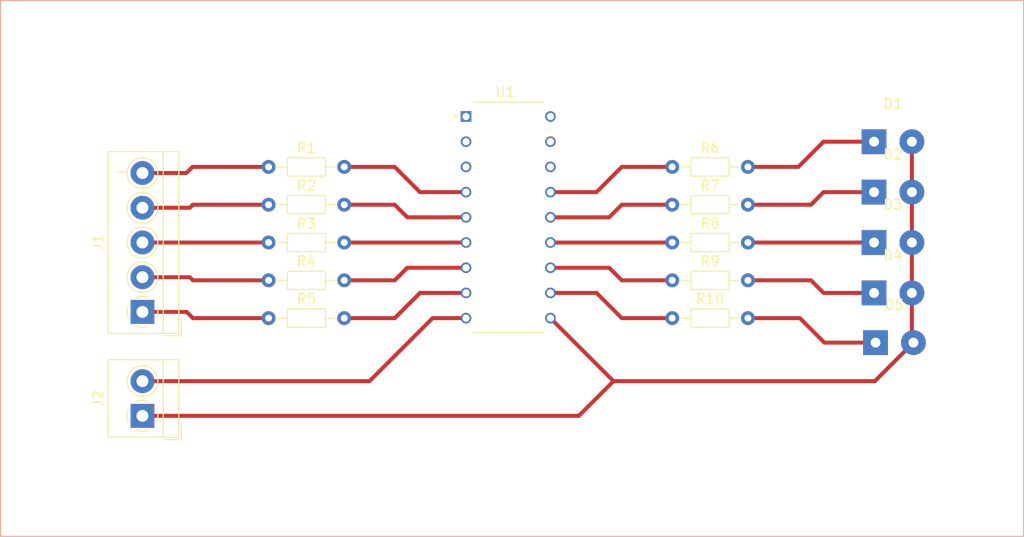
<source format=kicad_pcb>
(kicad_pcb (version 20171130) (host pcbnew "(5.1.4)-1")

  (general
    (thickness 1.6)
    (drawings 5)
    (tracks 64)
    (zones 0)
    (modules 18)
    (nets 29)
  )

  (page A4)
  (layers
    (0 F.Cu signal)
    (31 B.Cu signal)
    (32 B.Adhes user)
    (33 F.Adhes user)
    (34 B.Paste user)
    (35 F.Paste user)
    (36 B.SilkS user)
    (37 F.SilkS user)
    (38 B.Mask user)
    (39 F.Mask user)
    (40 Dwgs.User user)
    (41 Cmts.User user)
    (42 Eco1.User user)
    (43 Eco2.User user)
    (44 Edge.Cuts user)
    (45 Margin user)
    (46 B.CrtYd user)
    (47 F.CrtYd user)
    (48 B.Fab user)
    (49 F.Fab user)
  )

  (setup
    (last_trace_width 0.4)
    (user_trace_width 0.4)
    (trace_clearance 0.2)
    (zone_clearance 0.508)
    (zone_45_only no)
    (trace_min 0.2)
    (via_size 0.8)
    (via_drill 0.4)
    (via_min_size 0.4)
    (via_min_drill 0.3)
    (uvia_size 0.3)
    (uvia_drill 0.1)
    (uvias_allowed no)
    (uvia_min_size 0.2)
    (uvia_min_drill 0.1)
    (edge_width 0.05)
    (segment_width 0.2)
    (pcb_text_width 0.3)
    (pcb_text_size 1.5 1.5)
    (mod_edge_width 0.12)
    (mod_text_size 1 1)
    (mod_text_width 0.15)
    (pad_size 1.524 1.524)
    (pad_drill 0.762)
    (pad_to_mask_clearance 0.051)
    (solder_mask_min_width 0.25)
    (aux_axis_origin 0 0)
    (visible_elements 7FFFFFFF)
    (pcbplotparams
      (layerselection 0x010fc_ffffffff)
      (usegerberextensions false)
      (usegerberattributes false)
      (usegerberadvancedattributes false)
      (creategerberjobfile false)
      (excludeedgelayer true)
      (linewidth 0.100000)
      (plotframeref false)
      (viasonmask false)
      (mode 1)
      (useauxorigin false)
      (hpglpennumber 1)
      (hpglpenspeed 20)
      (hpglpendiameter 15.000000)
      (psnegative false)
      (psa4output false)
      (plotreference true)
      (plotvalue true)
      (plotinvisibletext false)
      (padsonsilk false)
      (subtractmaskfromsilk false)
      (outputformat 1)
      (mirror false)
      (drillshape 1)
      (scaleselection 1)
      (outputdirectory ""))
  )

  (net 0 "")
  (net 1 "Net-(D1-Pad1)")
  (net 2 "Net-(D1-Pad2)")
  (net 3 "Net-(D2-Pad1)")
  (net 4 "Net-(D3-Pad1)")
  (net 5 "Net-(D4-Pad1)")
  (net 6 "Net-(D5-Pad1)")
  (net 7 "Net-(J1-Pad1)")
  (net 8 "Net-(J1-Pad2)")
  (net 9 "Net-(J1-Pad3)")
  (net 10 "Net-(J1-Pad4)")
  (net 11 "Net-(J1-Pad5)")
  (net 12 "Net-(J2-Pad2)")
  (net 13 "Net-(R1-Pad2)")
  (net 14 "Net-(R2-Pad2)")
  (net 15 "Net-(R3-Pad2)")
  (net 16 "Net-(R4-Pad2)")
  (net 17 "Net-(R5-Pad2)")
  (net 18 "Net-(R6-Pad1)")
  (net 19 "Net-(R7-Pad1)")
  (net 20 "Net-(R8-Pad1)")
  (net 21 "Net-(R9-Pad1)")
  (net 22 "Net-(R10-Pad1)")
  (net 23 "Net-(U1-Pad1)")
  (net 24 "Net-(U1-Pad2)")
  (net 25 "Net-(U1-Pad3)")
  (net 26 "Net-(U1-Pad16)")
  (net 27 "Net-(U1-Pad17)")
  (net 28 "Net-(U1-Pad18)")

  (net_class Default "Esta es la clase de red por defecto."
    (clearance 0.2)
    (trace_width 0.25)
    (via_dia 0.8)
    (via_drill 0.4)
    (uvia_dia 0.3)
    (uvia_drill 0.1)
    (add_net "Net-(D1-Pad1)")
    (add_net "Net-(D1-Pad2)")
    (add_net "Net-(D2-Pad1)")
    (add_net "Net-(D3-Pad1)")
    (add_net "Net-(D4-Pad1)")
    (add_net "Net-(D5-Pad1)")
    (add_net "Net-(J1-Pad1)")
    (add_net "Net-(J1-Pad2)")
    (add_net "Net-(J1-Pad3)")
    (add_net "Net-(J1-Pad4)")
    (add_net "Net-(J1-Pad5)")
    (add_net "Net-(J2-Pad2)")
    (add_net "Net-(R1-Pad2)")
    (add_net "Net-(R10-Pad1)")
    (add_net "Net-(R2-Pad2)")
    (add_net "Net-(R3-Pad2)")
    (add_net "Net-(R4-Pad2)")
    (add_net "Net-(R5-Pad2)")
    (add_net "Net-(R6-Pad1)")
    (add_net "Net-(R7-Pad1)")
    (add_net "Net-(R8-Pad1)")
    (add_net "Net-(R9-Pad1)")
    (add_net "Net-(U1-Pad1)")
    (add_net "Net-(U1-Pad16)")
    (add_net "Net-(U1-Pad17)")
    (add_net "Net-(U1-Pad18)")
    (add_net "Net-(U1-Pad2)")
    (add_net "Net-(U1-Pad3)")
  )

  (module Connector_Wire:SolderWirePad_1x02_P3.81mm_Drill1mm (layer F.Cu) (tedit 5AEE5F04) (tstamp 62AA7238)
    (at 154.94 109.22)
    (descr "Wire solder connection")
    (tags connector)
    (path /62A635D4)
    (attr virtual)
    (fp_text reference D1 (at 1.905 -3.81) (layer F.SilkS)
      (effects (font (size 1 1) (thickness 0.15)))
    )
    (fp_text value LED_ALT (at 1.905 3.81) (layer F.Fab)
      (effects (font (size 1 1) (thickness 0.15)))
    )
    (fp_text user %R (at 1.905 0) (layer F.Fab)
      (effects (font (size 1 1) (thickness 0.15)))
    )
    (fp_line (start -1.74 -1.75) (end 5.56 -1.75) (layer F.CrtYd) (width 0.05))
    (fp_line (start -1.74 -1.75) (end -1.74 1.75) (layer F.CrtYd) (width 0.05))
    (fp_line (start 5.56 1.75) (end 5.56 -1.75) (layer F.CrtYd) (width 0.05))
    (fp_line (start 5.56 1.75) (end -1.74 1.75) (layer F.CrtYd) (width 0.05))
    (pad 1 thru_hole rect (at 0 0) (size 2.49936 2.49936) (drill 1.00076) (layers *.Cu *.Mask)
      (net 1 "Net-(D1-Pad1)"))
    (pad 2 thru_hole circle (at 3.81 0) (size 2.49936 2.49936) (drill 1.00076) (layers *.Cu *.Mask)
      (net 2 "Net-(D1-Pad2)"))
  )

  (module Connector_Wire:SolderWirePad_1x02_P3.81mm_Drill1mm (layer F.Cu) (tedit 5AEE5F04) (tstamp 62AA7243)
    (at 154.94 114.3)
    (descr "Wire solder connection")
    (tags connector)
    (path /62A71B24)
    (attr virtual)
    (fp_text reference D2 (at 1.905 -3.81) (layer F.SilkS)
      (effects (font (size 1 1) (thickness 0.15)))
    )
    (fp_text value LED_ALT (at 1.905 3.81) (layer F.Fab)
      (effects (font (size 1 1) (thickness 0.15)))
    )
    (fp_line (start 5.56 1.75) (end -1.74 1.75) (layer F.CrtYd) (width 0.05))
    (fp_line (start 5.56 1.75) (end 5.56 -1.75) (layer F.CrtYd) (width 0.05))
    (fp_line (start -1.74 -1.75) (end -1.74 1.75) (layer F.CrtYd) (width 0.05))
    (fp_line (start -1.74 -1.75) (end 5.56 -1.75) (layer F.CrtYd) (width 0.05))
    (fp_text user %R (at 1.905 0) (layer F.Fab)
      (effects (font (size 1 1) (thickness 0.15)))
    )
    (pad 2 thru_hole circle (at 3.81 0) (size 2.49936 2.49936) (drill 1.00076) (layers *.Cu *.Mask)
      (net 2 "Net-(D1-Pad2)"))
    (pad 1 thru_hole rect (at 0 0) (size 2.49936 2.49936) (drill 1.00076) (layers *.Cu *.Mask)
      (net 3 "Net-(D2-Pad1)"))
  )

  (module Connector_Wire:SolderWirePad_1x02_P3.81mm_Drill1mm (layer F.Cu) (tedit 5AEE5F04) (tstamp 62AA724E)
    (at 154.94 119.38)
    (descr "Wire solder connection")
    (tags connector)
    (path /62A72FEC)
    (attr virtual)
    (fp_text reference D3 (at 1.905 -3.81) (layer F.SilkS)
      (effects (font (size 1 1) (thickness 0.15)))
    )
    (fp_text value LED_ALT (at 1.905 3.81) (layer F.Fab)
      (effects (font (size 1 1) (thickness 0.15)))
    )
    (fp_text user %R (at 1.905 0) (layer F.Fab)
      (effects (font (size 1 1) (thickness 0.15)))
    )
    (fp_line (start -1.74 -1.75) (end 5.56 -1.75) (layer F.CrtYd) (width 0.05))
    (fp_line (start -1.74 -1.75) (end -1.74 1.75) (layer F.CrtYd) (width 0.05))
    (fp_line (start 5.56 1.75) (end 5.56 -1.75) (layer F.CrtYd) (width 0.05))
    (fp_line (start 5.56 1.75) (end -1.74 1.75) (layer F.CrtYd) (width 0.05))
    (pad 1 thru_hole rect (at 0 0) (size 2.49936 2.49936) (drill 1.00076) (layers *.Cu *.Mask)
      (net 4 "Net-(D3-Pad1)"))
    (pad 2 thru_hole circle (at 3.81 0) (size 2.49936 2.49936) (drill 1.00076) (layers *.Cu *.Mask)
      (net 2 "Net-(D1-Pad2)"))
  )

  (module Connector_Wire:SolderWirePad_1x02_P3.81mm_Drill1mm (layer F.Cu) (tedit 5AEE5F04) (tstamp 62AA7259)
    (at 154.94 124.46)
    (descr "Wire solder connection")
    (tags connector)
    (path /62A72FF2)
    (attr virtual)
    (fp_text reference D4 (at 1.905 -3.81) (layer F.SilkS)
      (effects (font (size 1 1) (thickness 0.15)))
    )
    (fp_text value LED_ALT (at 1.905 3.81) (layer F.Fab)
      (effects (font (size 1 1) (thickness 0.15)))
    )
    (fp_line (start 5.56 1.75) (end -1.74 1.75) (layer F.CrtYd) (width 0.05))
    (fp_line (start 5.56 1.75) (end 5.56 -1.75) (layer F.CrtYd) (width 0.05))
    (fp_line (start -1.74 -1.75) (end -1.74 1.75) (layer F.CrtYd) (width 0.05))
    (fp_line (start -1.74 -1.75) (end 5.56 -1.75) (layer F.CrtYd) (width 0.05))
    (fp_text user %R (at 1.905 0) (layer F.Fab)
      (effects (font (size 1 1) (thickness 0.15)))
    )
    (pad 2 thru_hole circle (at 3.81 0) (size 2.49936 2.49936) (drill 1.00076) (layers *.Cu *.Mask)
      (net 2 "Net-(D1-Pad2)"))
    (pad 1 thru_hole rect (at 0 0) (size 2.49936 2.49936) (drill 1.00076) (layers *.Cu *.Mask)
      (net 5 "Net-(D4-Pad1)"))
  )

  (module Connector_Wire:SolderWirePad_1x02_P3.81mm_Drill1mm (layer F.Cu) (tedit 5AEE5F04) (tstamp 62AA7264)
    (at 155.095001 129.465001)
    (descr "Wire solder connection")
    (tags connector)
    (path /62A734BB)
    (attr virtual)
    (fp_text reference D5 (at 1.905 -3.81) (layer F.SilkS)
      (effects (font (size 1 1) (thickness 0.15)))
    )
    (fp_text value LED_ALT (at 1.905 3.81) (layer F.Fab)
      (effects (font (size 1 1) (thickness 0.15)))
    )
    (fp_text user %R (at 1.905 0) (layer F.Fab)
      (effects (font (size 1 1) (thickness 0.15)))
    )
    (fp_line (start -1.74 -1.75) (end 5.56 -1.75) (layer F.CrtYd) (width 0.05))
    (fp_line (start -1.74 -1.75) (end -1.74 1.75) (layer F.CrtYd) (width 0.05))
    (fp_line (start 5.56 1.75) (end 5.56 -1.75) (layer F.CrtYd) (width 0.05))
    (fp_line (start 5.56 1.75) (end -1.74 1.75) (layer F.CrtYd) (width 0.05))
    (pad 1 thru_hole rect (at 0 0) (size 2.49936 2.49936) (drill 1.00076) (layers *.Cu *.Mask)
      (net 6 "Net-(D5-Pad1)"))
    (pad 2 thru_hole circle (at 3.81 0) (size 2.49936 2.49936) (drill 1.00076) (layers *.Cu *.Mask)
      (net 2 "Net-(D1-Pad2)"))
  )

  (module TerminalBlock_4Ucon:TerminalBlock_4Ucon_1x05_P3.50mm_Horizontal (layer F.Cu) (tedit 5B294E92) (tstamp 62AA72C9)
    (at 81.28 126.375 90)
    (descr "Terminal Block 4Ucon ItemNo. 20223, 5 pins, pitch 3.5mm, size 18.2x7mm^2, drill diamater 1.2mm, pad diameter 2.4mm, see http://www.4uconnector.com/online/object/4udrawing/20223.pdf, script-generated using https://github.com/pointhi/kicad-footprint-generator/scripts/TerminalBlock_4Ucon")
    (tags "THT Terminal Block 4Ucon ItemNo. 20223 pitch 3.5mm size 18.2x7mm^2 drill 1.2mm pad 2.4mm")
    (path /62A6DC3D)
    (fp_text reference J1 (at 7 -4.46 90) (layer F.SilkS)
      (effects (font (size 1 1) (thickness 0.15)))
    )
    (fp_text value Screw_Terminal_01x05 (at 7 4.66 90) (layer F.Fab)
      (effects (font (size 1 1) (thickness 0.15)))
    )
    (fp_arc (start 0 0) (end 0 1.555) (angle -23) (layer F.SilkS) (width 0.12))
    (fp_arc (start 0 0) (end 1.432 0.608) (angle -46) (layer F.SilkS) (width 0.12))
    (fp_arc (start 0 0) (end 0.608 -1.432) (angle -46) (layer F.SilkS) (width 0.12))
    (fp_arc (start 0 0) (end -1.432 -0.608) (angle -46) (layer F.SilkS) (width 0.12))
    (fp_arc (start 0 0) (end -0.608 1.432) (angle -24) (layer F.SilkS) (width 0.12))
    (fp_circle (center 0 0) (end 1.375 0) (layer F.Fab) (width 0.1))
    (fp_circle (center 3.5 0) (end 4.875 0) (layer F.Fab) (width 0.1))
    (fp_circle (center 3.5 0) (end 5.055 0) (layer F.SilkS) (width 0.12))
    (fp_circle (center 7 0) (end 8.375 0) (layer F.Fab) (width 0.1))
    (fp_circle (center 7 0) (end 8.555 0) (layer F.SilkS) (width 0.12))
    (fp_circle (center 10.5 0) (end 11.875 0) (layer F.Fab) (width 0.1))
    (fp_circle (center 10.5 0) (end 12.055 0) (layer F.SilkS) (width 0.12))
    (fp_circle (center 14 0) (end 15.375 0) (layer F.Fab) (width 0.1))
    (fp_circle (center 14 0) (end 15.555 0) (layer F.SilkS) (width 0.12))
    (fp_line (start -2.1 -3.4) (end 16.1 -3.4) (layer F.Fab) (width 0.1))
    (fp_line (start 16.1 -3.4) (end 16.1 3.6) (layer F.Fab) (width 0.1))
    (fp_line (start 16.1 3.6) (end -0.6 3.6) (layer F.Fab) (width 0.1))
    (fp_line (start -0.6 3.6) (end -2.1 2.1) (layer F.Fab) (width 0.1))
    (fp_line (start -2.1 2.1) (end -2.1 -3.4) (layer F.Fab) (width 0.1))
    (fp_line (start -2.1 2.1) (end 16.1 2.1) (layer F.Fab) (width 0.1))
    (fp_line (start -2.16 2.1) (end 16.16 2.1) (layer F.SilkS) (width 0.12))
    (fp_line (start -2.16 -3.46) (end 16.16 -3.46) (layer F.SilkS) (width 0.12))
    (fp_line (start -2.16 3.66) (end 16.16 3.66) (layer F.SilkS) (width 0.12))
    (fp_line (start -2.16 -3.46) (end -2.16 3.66) (layer F.SilkS) (width 0.12))
    (fp_line (start 16.16 -3.46) (end 16.16 3.66) (layer F.SilkS) (width 0.12))
    (fp_line (start -1.1 -0.069) (end -0.069 -0.069) (layer F.Fab) (width 0.1))
    (fp_line (start -0.069 -0.069) (end -0.069 -1.1) (layer F.Fab) (width 0.1))
    (fp_line (start -0.069 -1.1) (end 0.069 -1.1) (layer F.Fab) (width 0.1))
    (fp_line (start 0.069 -1.1) (end 0.069 -0.069) (layer F.Fab) (width 0.1))
    (fp_line (start 0.069 -0.069) (end 1.1 -0.069) (layer F.Fab) (width 0.1))
    (fp_line (start 1.1 -0.069) (end 1.1 0.069) (layer F.Fab) (width 0.1))
    (fp_line (start 1.1 0.069) (end 0.069 0.069) (layer F.Fab) (width 0.1))
    (fp_line (start 0.069 0.069) (end 0.069 1.1) (layer F.Fab) (width 0.1))
    (fp_line (start 0.069 1.1) (end -0.069 1.1) (layer F.Fab) (width 0.1))
    (fp_line (start -0.069 1.1) (end -0.069 0.069) (layer F.Fab) (width 0.1))
    (fp_line (start -0.069 0.069) (end -1.1 0.069) (layer F.Fab) (width 0.1))
    (fp_line (start -1.1 0.069) (end -1.1 -0.069) (layer F.Fab) (width 0.1))
    (fp_line (start 2.4 -0.069) (end 3.431 -0.069) (layer F.Fab) (width 0.1))
    (fp_line (start 3.431 -0.069) (end 3.431 -1.1) (layer F.Fab) (width 0.1))
    (fp_line (start 3.431 -1.1) (end 3.569 -1.1) (layer F.Fab) (width 0.1))
    (fp_line (start 3.569 -1.1) (end 3.569 -0.069) (layer F.Fab) (width 0.1))
    (fp_line (start 3.569 -0.069) (end 4.6 -0.069) (layer F.Fab) (width 0.1))
    (fp_line (start 4.6 -0.069) (end 4.6 0.069) (layer F.Fab) (width 0.1))
    (fp_line (start 4.6 0.069) (end 3.569 0.069) (layer F.Fab) (width 0.1))
    (fp_line (start 3.569 0.069) (end 3.569 1.1) (layer F.Fab) (width 0.1))
    (fp_line (start 3.569 1.1) (end 3.431 1.1) (layer F.Fab) (width 0.1))
    (fp_line (start 3.431 1.1) (end 3.431 0.069) (layer F.Fab) (width 0.1))
    (fp_line (start 3.431 0.069) (end 2.4 0.069) (layer F.Fab) (width 0.1))
    (fp_line (start 2.4 0.069) (end 2.4 -0.069) (layer F.Fab) (width 0.1))
    (fp_line (start 5.9 -0.069) (end 6.931 -0.069) (layer F.Fab) (width 0.1))
    (fp_line (start 6.931 -0.069) (end 6.931 -1.1) (layer F.Fab) (width 0.1))
    (fp_line (start 6.931 -1.1) (end 7.069 -1.1) (layer F.Fab) (width 0.1))
    (fp_line (start 7.069 -1.1) (end 7.069 -0.069) (layer F.Fab) (width 0.1))
    (fp_line (start 7.069 -0.069) (end 8.1 -0.069) (layer F.Fab) (width 0.1))
    (fp_line (start 8.1 -0.069) (end 8.1 0.069) (layer F.Fab) (width 0.1))
    (fp_line (start 8.1 0.069) (end 7.069 0.069) (layer F.Fab) (width 0.1))
    (fp_line (start 7.069 0.069) (end 7.069 1.1) (layer F.Fab) (width 0.1))
    (fp_line (start 7.069 1.1) (end 6.931 1.1) (layer F.Fab) (width 0.1))
    (fp_line (start 6.931 1.1) (end 6.931 0.069) (layer F.Fab) (width 0.1))
    (fp_line (start 6.931 0.069) (end 5.9 0.069) (layer F.Fab) (width 0.1))
    (fp_line (start 5.9 0.069) (end 5.9 -0.069) (layer F.Fab) (width 0.1))
    (fp_line (start 9.4 -0.069) (end 10.431 -0.069) (layer F.Fab) (width 0.1))
    (fp_line (start 10.431 -0.069) (end 10.431 -1.1) (layer F.Fab) (width 0.1))
    (fp_line (start 10.431 -1.1) (end 10.569 -1.1) (layer F.Fab) (width 0.1))
    (fp_line (start 10.569 -1.1) (end 10.569 -0.069) (layer F.Fab) (width 0.1))
    (fp_line (start 10.569 -0.069) (end 11.6 -0.069) (layer F.Fab) (width 0.1))
    (fp_line (start 11.6 -0.069) (end 11.6 0.069) (layer F.Fab) (width 0.1))
    (fp_line (start 11.6 0.069) (end 10.569 0.069) (layer F.Fab) (width 0.1))
    (fp_line (start 10.569 0.069) (end 10.569 1.1) (layer F.Fab) (width 0.1))
    (fp_line (start 10.569 1.1) (end 10.431 1.1) (layer F.Fab) (width 0.1))
    (fp_line (start 10.431 1.1) (end 10.431 0.069) (layer F.Fab) (width 0.1))
    (fp_line (start 10.431 0.069) (end 9.4 0.069) (layer F.Fab) (width 0.1))
    (fp_line (start 9.4 0.069) (end 9.4 -0.069) (layer F.Fab) (width 0.1))
    (fp_line (start 12.9 -0.069) (end 13.931 -0.069) (layer F.Fab) (width 0.1))
    (fp_line (start 13.931 -0.069) (end 13.931 -1.1) (layer F.Fab) (width 0.1))
    (fp_line (start 13.931 -1.1) (end 14.069 -1.1) (layer F.Fab) (width 0.1))
    (fp_line (start 14.069 -1.1) (end 14.069 -0.069) (layer F.Fab) (width 0.1))
    (fp_line (start 14.069 -0.069) (end 15.1 -0.069) (layer F.Fab) (width 0.1))
    (fp_line (start 15.1 -0.069) (end 15.1 0.069) (layer F.Fab) (width 0.1))
    (fp_line (start 15.1 0.069) (end 14.069 0.069) (layer F.Fab) (width 0.1))
    (fp_line (start 14.069 0.069) (end 14.069 1.1) (layer F.Fab) (width 0.1))
    (fp_line (start 14.069 1.1) (end 13.931 1.1) (layer F.Fab) (width 0.1))
    (fp_line (start 13.931 1.1) (end 13.931 0.069) (layer F.Fab) (width 0.1))
    (fp_line (start 13.931 0.069) (end 12.9 0.069) (layer F.Fab) (width 0.1))
    (fp_line (start 12.9 0.069) (end 12.9 -0.069) (layer F.Fab) (width 0.1))
    (fp_line (start -2.4 2.16) (end -2.4 3.9) (layer F.SilkS) (width 0.12))
    (fp_line (start -2.4 3.9) (end -0.9 3.9) (layer F.SilkS) (width 0.12))
    (fp_line (start -2.6 -3.9) (end -2.6 4.1) (layer F.CrtYd) (width 0.05))
    (fp_line (start -2.6 4.1) (end 16.6 4.1) (layer F.CrtYd) (width 0.05))
    (fp_line (start 16.6 4.1) (end 16.6 -3.9) (layer F.CrtYd) (width 0.05))
    (fp_line (start 16.6 -3.9) (end -2.6 -3.9) (layer F.CrtYd) (width 0.05))
    (fp_text user %R (at 7 2.9 90) (layer F.Fab)
      (effects (font (size 1 1) (thickness 0.15)))
    )
    (pad 1 thru_hole rect (at 0 0 90) (size 2.4 2.4) (drill 1.2) (layers *.Cu *.Mask)
      (net 7 "Net-(J1-Pad1)"))
    (pad 2 thru_hole circle (at 3.5 0 90) (size 2.4 2.4) (drill 1.2) (layers *.Cu *.Mask)
      (net 8 "Net-(J1-Pad2)"))
    (pad 3 thru_hole circle (at 7 0 90) (size 2.4 2.4) (drill 1.2) (layers *.Cu *.Mask)
      (net 9 "Net-(J1-Pad3)"))
    (pad 4 thru_hole circle (at 10.5 0 90) (size 2.4 2.4) (drill 1.2) (layers *.Cu *.Mask)
      (net 10 "Net-(J1-Pad4)"))
    (pad 5 thru_hole circle (at 14 0 90) (size 2.4 2.4) (drill 1.2) (layers *.Cu *.Mask)
      (net 11 "Net-(J1-Pad5)"))
    (model ${KISYS3DMOD}/TerminalBlock_4Ucon.3dshapes/TerminalBlock_4Ucon_1x05_P3.50mm_Horizontal.wrl
      (at (xyz 0 0 0))
      (scale (xyz 1 1 1))
      (rotate (xyz 0 0 0))
    )
  )

  (module TerminalBlock_4Ucon:TerminalBlock_4Ucon_1x02_P3.50mm_Horizontal (layer F.Cu) (tedit 5B294E91) (tstamp 62AA7301)
    (at 81.28 136.85 90)
    (descr "Terminal Block 4Ucon ItemNo. 19963, 2 pins, pitch 3.5mm, size 7.7x7mm^2, drill diamater 1.2mm, pad diameter 2.4mm, see http://www.4uconnector.com/online/object/4udrawing/19963.pdf, script-generated using https://github.com/pointhi/kicad-footprint-generator/scripts/TerminalBlock_4Ucon")
    (tags "THT Terminal Block 4Ucon ItemNo. 19963 pitch 3.5mm size 7.7x7mm^2 drill 1.2mm pad 2.4mm")
    (path /62A6C7C4)
    (fp_text reference J2 (at 1.75 -4.46 90) (layer F.SilkS)
      (effects (font (size 1 1) (thickness 0.15)))
    )
    (fp_text value Screw_Terminal_01x02 (at 1.75 4.66 90) (layer F.Fab)
      (effects (font (size 1 1) (thickness 0.15)))
    )
    (fp_arc (start 0 0) (end 0 1.555) (angle -23) (layer F.SilkS) (width 0.12))
    (fp_arc (start 0 0) (end 1.432 0.608) (angle -46) (layer F.SilkS) (width 0.12))
    (fp_arc (start 0 0) (end 0.608 -1.432) (angle -46) (layer F.SilkS) (width 0.12))
    (fp_arc (start 0 0) (end -1.432 -0.608) (angle -46) (layer F.SilkS) (width 0.12))
    (fp_arc (start 0 0) (end -0.608 1.432) (angle -24) (layer F.SilkS) (width 0.12))
    (fp_circle (center 0 0) (end 1.375 0) (layer F.Fab) (width 0.1))
    (fp_circle (center 3.5 0) (end 4.875 0) (layer F.Fab) (width 0.1))
    (fp_circle (center 3.5 0) (end 5.055 0) (layer F.SilkS) (width 0.12))
    (fp_line (start -2.1 -3.4) (end 5.6 -3.4) (layer F.Fab) (width 0.1))
    (fp_line (start 5.6 -3.4) (end 5.6 3.6) (layer F.Fab) (width 0.1))
    (fp_line (start 5.6 3.6) (end -0.6 3.6) (layer F.Fab) (width 0.1))
    (fp_line (start -0.6 3.6) (end -2.1 2.1) (layer F.Fab) (width 0.1))
    (fp_line (start -2.1 2.1) (end -2.1 -3.4) (layer F.Fab) (width 0.1))
    (fp_line (start -2.1 2.1) (end 5.6 2.1) (layer F.Fab) (width 0.1))
    (fp_line (start -2.16 2.1) (end 5.66 2.1) (layer F.SilkS) (width 0.12))
    (fp_line (start -2.16 -3.46) (end 5.66 -3.46) (layer F.SilkS) (width 0.12))
    (fp_line (start -2.16 3.66) (end 5.66 3.66) (layer F.SilkS) (width 0.12))
    (fp_line (start -2.16 -3.46) (end -2.16 3.66) (layer F.SilkS) (width 0.12))
    (fp_line (start 5.66 -3.46) (end 5.66 3.66) (layer F.SilkS) (width 0.12))
    (fp_line (start -1.1 -0.069) (end -0.069 -0.069) (layer F.Fab) (width 0.1))
    (fp_line (start -0.069 -0.069) (end -0.069 -1.1) (layer F.Fab) (width 0.1))
    (fp_line (start -0.069 -1.1) (end 0.069 -1.1) (layer F.Fab) (width 0.1))
    (fp_line (start 0.069 -1.1) (end 0.069 -0.069) (layer F.Fab) (width 0.1))
    (fp_line (start 0.069 -0.069) (end 1.1 -0.069) (layer F.Fab) (width 0.1))
    (fp_line (start 1.1 -0.069) (end 1.1 0.069) (layer F.Fab) (width 0.1))
    (fp_line (start 1.1 0.069) (end 0.069 0.069) (layer F.Fab) (width 0.1))
    (fp_line (start 0.069 0.069) (end 0.069 1.1) (layer F.Fab) (width 0.1))
    (fp_line (start 0.069 1.1) (end -0.069 1.1) (layer F.Fab) (width 0.1))
    (fp_line (start -0.069 1.1) (end -0.069 0.069) (layer F.Fab) (width 0.1))
    (fp_line (start -0.069 0.069) (end -1.1 0.069) (layer F.Fab) (width 0.1))
    (fp_line (start -1.1 0.069) (end -1.1 -0.069) (layer F.Fab) (width 0.1))
    (fp_line (start 2.4 -0.069) (end 3.431 -0.069) (layer F.Fab) (width 0.1))
    (fp_line (start 3.431 -0.069) (end 3.431 -1.1) (layer F.Fab) (width 0.1))
    (fp_line (start 3.431 -1.1) (end 3.569 -1.1) (layer F.Fab) (width 0.1))
    (fp_line (start 3.569 -1.1) (end 3.569 -0.069) (layer F.Fab) (width 0.1))
    (fp_line (start 3.569 -0.069) (end 4.6 -0.069) (layer F.Fab) (width 0.1))
    (fp_line (start 4.6 -0.069) (end 4.6 0.069) (layer F.Fab) (width 0.1))
    (fp_line (start 4.6 0.069) (end 3.569 0.069) (layer F.Fab) (width 0.1))
    (fp_line (start 3.569 0.069) (end 3.569 1.1) (layer F.Fab) (width 0.1))
    (fp_line (start 3.569 1.1) (end 3.431 1.1) (layer F.Fab) (width 0.1))
    (fp_line (start 3.431 1.1) (end 3.431 0.069) (layer F.Fab) (width 0.1))
    (fp_line (start 3.431 0.069) (end 2.4 0.069) (layer F.Fab) (width 0.1))
    (fp_line (start 2.4 0.069) (end 2.4 -0.069) (layer F.Fab) (width 0.1))
    (fp_line (start -2.4 2.16) (end -2.4 3.9) (layer F.SilkS) (width 0.12))
    (fp_line (start -2.4 3.9) (end -0.9 3.9) (layer F.SilkS) (width 0.12))
    (fp_line (start -2.6 -3.9) (end -2.6 4.1) (layer F.CrtYd) (width 0.05))
    (fp_line (start -2.6 4.1) (end 6.1 4.1) (layer F.CrtYd) (width 0.05))
    (fp_line (start 6.1 4.1) (end 6.1 -3.9) (layer F.CrtYd) (width 0.05))
    (fp_line (start 6.1 -3.9) (end -2.6 -3.9) (layer F.CrtYd) (width 0.05))
    (fp_text user %R (at 1.75 2.9 90) (layer F.Fab)
      (effects (font (size 1 1) (thickness 0.15)))
    )
    (pad 1 thru_hole rect (at 0 0 90) (size 2.4 2.4) (drill 1.2) (layers *.Cu *.Mask)
      (net 2 "Net-(D1-Pad2)"))
    (pad 2 thru_hole circle (at 3.5 0 90) (size 2.4 2.4) (drill 1.2) (layers *.Cu *.Mask)
      (net 12 "Net-(J2-Pad2)"))
    (model ${KISYS3DMOD}/TerminalBlock_4Ucon.3dshapes/TerminalBlock_4Ucon_1x02_P3.50mm_Horizontal.wrl
      (at (xyz 0 0 0))
      (scale (xyz 1 1 1))
      (rotate (xyz 0 0 0))
    )
  )

  (module Resistor_THT:R_Axial_DIN0204_L3.6mm_D1.6mm_P7.62mm_Horizontal (layer F.Cu) (tedit 5AE5139B) (tstamp 62AA7318)
    (at 93.98 111.76)
    (descr "Resistor, Axial_DIN0204 series, Axial, Horizontal, pin pitch=7.62mm, 0.167W, length*diameter=3.6*1.6mm^2, http://cdn-reichelt.de/documents/datenblatt/B400/1_4W%23YAG.pdf")
    (tags "Resistor Axial_DIN0204 series Axial Horizontal pin pitch 7.62mm 0.167W length 3.6mm diameter 1.6mm")
    (path /62A6C527)
    (fp_text reference R1 (at 3.81 -1.92) (layer F.SilkS)
      (effects (font (size 1 1) (thickness 0.15)))
    )
    (fp_text value R_US (at 3.81 1.92) (layer F.Fab)
      (effects (font (size 1 1) (thickness 0.15)))
    )
    (fp_text user %R (at 3.81 0) (layer F.Fab)
      (effects (font (size 0.72 0.72) (thickness 0.108)))
    )
    (fp_line (start 8.57 -1.05) (end -0.95 -1.05) (layer F.CrtYd) (width 0.05))
    (fp_line (start 8.57 1.05) (end 8.57 -1.05) (layer F.CrtYd) (width 0.05))
    (fp_line (start -0.95 1.05) (end 8.57 1.05) (layer F.CrtYd) (width 0.05))
    (fp_line (start -0.95 -1.05) (end -0.95 1.05) (layer F.CrtYd) (width 0.05))
    (fp_line (start 6.68 0) (end 5.73 0) (layer F.SilkS) (width 0.12))
    (fp_line (start 0.94 0) (end 1.89 0) (layer F.SilkS) (width 0.12))
    (fp_line (start 5.73 -0.92) (end 1.89 -0.92) (layer F.SilkS) (width 0.12))
    (fp_line (start 5.73 0.92) (end 5.73 -0.92) (layer F.SilkS) (width 0.12))
    (fp_line (start 1.89 0.92) (end 5.73 0.92) (layer F.SilkS) (width 0.12))
    (fp_line (start 1.89 -0.92) (end 1.89 0.92) (layer F.SilkS) (width 0.12))
    (fp_line (start 7.62 0) (end 5.61 0) (layer F.Fab) (width 0.1))
    (fp_line (start 0 0) (end 2.01 0) (layer F.Fab) (width 0.1))
    (fp_line (start 5.61 -0.8) (end 2.01 -0.8) (layer F.Fab) (width 0.1))
    (fp_line (start 5.61 0.8) (end 5.61 -0.8) (layer F.Fab) (width 0.1))
    (fp_line (start 2.01 0.8) (end 5.61 0.8) (layer F.Fab) (width 0.1))
    (fp_line (start 2.01 -0.8) (end 2.01 0.8) (layer F.Fab) (width 0.1))
    (pad 2 thru_hole oval (at 7.62 0) (size 1.4 1.4) (drill 0.7) (layers *.Cu *.Mask)
      (net 13 "Net-(R1-Pad2)"))
    (pad 1 thru_hole circle (at 0 0) (size 1.4 1.4) (drill 0.7) (layers *.Cu *.Mask)
      (net 11 "Net-(J1-Pad5)"))
    (model ${KISYS3DMOD}/Resistor_THT.3dshapes/R_Axial_DIN0204_L3.6mm_D1.6mm_P7.62mm_Horizontal.wrl
      (at (xyz 0 0 0))
      (scale (xyz 1 1 1))
      (rotate (xyz 0 0 0))
    )
  )

  (module Resistor_THT:R_Axial_DIN0204_L3.6mm_D1.6mm_P7.62mm_Horizontal (layer F.Cu) (tedit 5AE5139B) (tstamp 62AA732F)
    (at 93.98 115.57)
    (descr "Resistor, Axial_DIN0204 series, Axial, Horizontal, pin pitch=7.62mm, 0.167W, length*diameter=3.6*1.6mm^2, http://cdn-reichelt.de/documents/datenblatt/B400/1_4W%23YAG.pdf")
    (tags "Resistor Axial_DIN0204 series Axial Horizontal pin pitch 7.62mm 0.167W length 3.6mm diameter 1.6mm")
    (path /62A6C52D)
    (fp_text reference R2 (at 3.81 -1.92) (layer F.SilkS)
      (effects (font (size 1 1) (thickness 0.15)))
    )
    (fp_text value R_US (at 3.81 1.92) (layer F.Fab)
      (effects (font (size 1 1) (thickness 0.15)))
    )
    (fp_line (start 2.01 -0.8) (end 2.01 0.8) (layer F.Fab) (width 0.1))
    (fp_line (start 2.01 0.8) (end 5.61 0.8) (layer F.Fab) (width 0.1))
    (fp_line (start 5.61 0.8) (end 5.61 -0.8) (layer F.Fab) (width 0.1))
    (fp_line (start 5.61 -0.8) (end 2.01 -0.8) (layer F.Fab) (width 0.1))
    (fp_line (start 0 0) (end 2.01 0) (layer F.Fab) (width 0.1))
    (fp_line (start 7.62 0) (end 5.61 0) (layer F.Fab) (width 0.1))
    (fp_line (start 1.89 -0.92) (end 1.89 0.92) (layer F.SilkS) (width 0.12))
    (fp_line (start 1.89 0.92) (end 5.73 0.92) (layer F.SilkS) (width 0.12))
    (fp_line (start 5.73 0.92) (end 5.73 -0.92) (layer F.SilkS) (width 0.12))
    (fp_line (start 5.73 -0.92) (end 1.89 -0.92) (layer F.SilkS) (width 0.12))
    (fp_line (start 0.94 0) (end 1.89 0) (layer F.SilkS) (width 0.12))
    (fp_line (start 6.68 0) (end 5.73 0) (layer F.SilkS) (width 0.12))
    (fp_line (start -0.95 -1.05) (end -0.95 1.05) (layer F.CrtYd) (width 0.05))
    (fp_line (start -0.95 1.05) (end 8.57 1.05) (layer F.CrtYd) (width 0.05))
    (fp_line (start 8.57 1.05) (end 8.57 -1.05) (layer F.CrtYd) (width 0.05))
    (fp_line (start 8.57 -1.05) (end -0.95 -1.05) (layer F.CrtYd) (width 0.05))
    (fp_text user %R (at 3.81 0) (layer F.Fab)
      (effects (font (size 0.72 0.72) (thickness 0.108)))
    )
    (pad 1 thru_hole circle (at 0 0) (size 1.4 1.4) (drill 0.7) (layers *.Cu *.Mask)
      (net 10 "Net-(J1-Pad4)"))
    (pad 2 thru_hole oval (at 7.62 0) (size 1.4 1.4) (drill 0.7) (layers *.Cu *.Mask)
      (net 14 "Net-(R2-Pad2)"))
    (model ${KISYS3DMOD}/Resistor_THT.3dshapes/R_Axial_DIN0204_L3.6mm_D1.6mm_P7.62mm_Horizontal.wrl
      (at (xyz 0 0 0))
      (scale (xyz 1 1 1))
      (rotate (xyz 0 0 0))
    )
  )

  (module Resistor_THT:R_Axial_DIN0204_L3.6mm_D1.6mm_P7.62mm_Horizontal (layer F.Cu) (tedit 5AE5139B) (tstamp 62AA7346)
    (at 93.98 119.38)
    (descr "Resistor, Axial_DIN0204 series, Axial, Horizontal, pin pitch=7.62mm, 0.167W, length*diameter=3.6*1.6mm^2, http://cdn-reichelt.de/documents/datenblatt/B400/1_4W%23YAG.pdf")
    (tags "Resistor Axial_DIN0204 series Axial Horizontal pin pitch 7.62mm 0.167W length 3.6mm diameter 1.6mm")
    (path /62A6C533)
    (fp_text reference R3 (at 3.81 -1.92) (layer F.SilkS)
      (effects (font (size 1 1) (thickness 0.15)))
    )
    (fp_text value R_US (at 3.81 1.92) (layer F.Fab)
      (effects (font (size 1 1) (thickness 0.15)))
    )
    (fp_text user %R (at 3.81 0) (layer F.Fab)
      (effects (font (size 0.72 0.72) (thickness 0.108)))
    )
    (fp_line (start 8.57 -1.05) (end -0.95 -1.05) (layer F.CrtYd) (width 0.05))
    (fp_line (start 8.57 1.05) (end 8.57 -1.05) (layer F.CrtYd) (width 0.05))
    (fp_line (start -0.95 1.05) (end 8.57 1.05) (layer F.CrtYd) (width 0.05))
    (fp_line (start -0.95 -1.05) (end -0.95 1.05) (layer F.CrtYd) (width 0.05))
    (fp_line (start 6.68 0) (end 5.73 0) (layer F.SilkS) (width 0.12))
    (fp_line (start 0.94 0) (end 1.89 0) (layer F.SilkS) (width 0.12))
    (fp_line (start 5.73 -0.92) (end 1.89 -0.92) (layer F.SilkS) (width 0.12))
    (fp_line (start 5.73 0.92) (end 5.73 -0.92) (layer F.SilkS) (width 0.12))
    (fp_line (start 1.89 0.92) (end 5.73 0.92) (layer F.SilkS) (width 0.12))
    (fp_line (start 1.89 -0.92) (end 1.89 0.92) (layer F.SilkS) (width 0.12))
    (fp_line (start 7.62 0) (end 5.61 0) (layer F.Fab) (width 0.1))
    (fp_line (start 0 0) (end 2.01 0) (layer F.Fab) (width 0.1))
    (fp_line (start 5.61 -0.8) (end 2.01 -0.8) (layer F.Fab) (width 0.1))
    (fp_line (start 5.61 0.8) (end 5.61 -0.8) (layer F.Fab) (width 0.1))
    (fp_line (start 2.01 0.8) (end 5.61 0.8) (layer F.Fab) (width 0.1))
    (fp_line (start 2.01 -0.8) (end 2.01 0.8) (layer F.Fab) (width 0.1))
    (pad 2 thru_hole oval (at 7.62 0) (size 1.4 1.4) (drill 0.7) (layers *.Cu *.Mask)
      (net 15 "Net-(R3-Pad2)"))
    (pad 1 thru_hole circle (at 0 0) (size 1.4 1.4) (drill 0.7) (layers *.Cu *.Mask)
      (net 9 "Net-(J1-Pad3)"))
    (model ${KISYS3DMOD}/Resistor_THT.3dshapes/R_Axial_DIN0204_L3.6mm_D1.6mm_P7.62mm_Horizontal.wrl
      (at (xyz 0 0 0))
      (scale (xyz 1 1 1))
      (rotate (xyz 0 0 0))
    )
  )

  (module Resistor_THT:R_Axial_DIN0204_L3.6mm_D1.6mm_P7.62mm_Horizontal (layer F.Cu) (tedit 5AE5139B) (tstamp 62AA735D)
    (at 93.98 123.19)
    (descr "Resistor, Axial_DIN0204 series, Axial, Horizontal, pin pitch=7.62mm, 0.167W, length*diameter=3.6*1.6mm^2, http://cdn-reichelt.de/documents/datenblatt/B400/1_4W%23YAG.pdf")
    (tags "Resistor Axial_DIN0204 series Axial Horizontal pin pitch 7.62mm 0.167W length 3.6mm diameter 1.6mm")
    (path /62A6C539)
    (fp_text reference R4 (at 3.81 -1.92) (layer F.SilkS)
      (effects (font (size 1 1) (thickness 0.15)))
    )
    (fp_text value R_US (at 3.81 1.92) (layer F.Fab)
      (effects (font (size 1 1) (thickness 0.15)))
    )
    (fp_line (start 2.01 -0.8) (end 2.01 0.8) (layer F.Fab) (width 0.1))
    (fp_line (start 2.01 0.8) (end 5.61 0.8) (layer F.Fab) (width 0.1))
    (fp_line (start 5.61 0.8) (end 5.61 -0.8) (layer F.Fab) (width 0.1))
    (fp_line (start 5.61 -0.8) (end 2.01 -0.8) (layer F.Fab) (width 0.1))
    (fp_line (start 0 0) (end 2.01 0) (layer F.Fab) (width 0.1))
    (fp_line (start 7.62 0) (end 5.61 0) (layer F.Fab) (width 0.1))
    (fp_line (start 1.89 -0.92) (end 1.89 0.92) (layer F.SilkS) (width 0.12))
    (fp_line (start 1.89 0.92) (end 5.73 0.92) (layer F.SilkS) (width 0.12))
    (fp_line (start 5.73 0.92) (end 5.73 -0.92) (layer F.SilkS) (width 0.12))
    (fp_line (start 5.73 -0.92) (end 1.89 -0.92) (layer F.SilkS) (width 0.12))
    (fp_line (start 0.94 0) (end 1.89 0) (layer F.SilkS) (width 0.12))
    (fp_line (start 6.68 0) (end 5.73 0) (layer F.SilkS) (width 0.12))
    (fp_line (start -0.95 -1.05) (end -0.95 1.05) (layer F.CrtYd) (width 0.05))
    (fp_line (start -0.95 1.05) (end 8.57 1.05) (layer F.CrtYd) (width 0.05))
    (fp_line (start 8.57 1.05) (end 8.57 -1.05) (layer F.CrtYd) (width 0.05))
    (fp_line (start 8.57 -1.05) (end -0.95 -1.05) (layer F.CrtYd) (width 0.05))
    (fp_text user %R (at 3.81 0) (layer F.Fab)
      (effects (font (size 0.72 0.72) (thickness 0.108)))
    )
    (pad 1 thru_hole circle (at 0 0) (size 1.4 1.4) (drill 0.7) (layers *.Cu *.Mask)
      (net 8 "Net-(J1-Pad2)"))
    (pad 2 thru_hole oval (at 7.62 0) (size 1.4 1.4) (drill 0.7) (layers *.Cu *.Mask)
      (net 16 "Net-(R4-Pad2)"))
    (model ${KISYS3DMOD}/Resistor_THT.3dshapes/R_Axial_DIN0204_L3.6mm_D1.6mm_P7.62mm_Horizontal.wrl
      (at (xyz 0 0 0))
      (scale (xyz 1 1 1))
      (rotate (xyz 0 0 0))
    )
  )

  (module Resistor_THT:R_Axial_DIN0204_L3.6mm_D1.6mm_P7.62mm_Horizontal (layer F.Cu) (tedit 5AE5139B) (tstamp 62AA7374)
    (at 93.98 127)
    (descr "Resistor, Axial_DIN0204 series, Axial, Horizontal, pin pitch=7.62mm, 0.167W, length*diameter=3.6*1.6mm^2, http://cdn-reichelt.de/documents/datenblatt/B400/1_4W%23YAG.pdf")
    (tags "Resistor Axial_DIN0204 series Axial Horizontal pin pitch 7.62mm 0.167W length 3.6mm diameter 1.6mm")
    (path /62A6C53F)
    (fp_text reference R5 (at 3.81 -1.92) (layer F.SilkS)
      (effects (font (size 1 1) (thickness 0.15)))
    )
    (fp_text value R_US (at 3.81 1.92) (layer F.Fab)
      (effects (font (size 1 1) (thickness 0.15)))
    )
    (fp_text user %R (at 3.81 0) (layer F.Fab)
      (effects (font (size 0.72 0.72) (thickness 0.108)))
    )
    (fp_line (start 8.57 -1.05) (end -0.95 -1.05) (layer F.CrtYd) (width 0.05))
    (fp_line (start 8.57 1.05) (end 8.57 -1.05) (layer F.CrtYd) (width 0.05))
    (fp_line (start -0.95 1.05) (end 8.57 1.05) (layer F.CrtYd) (width 0.05))
    (fp_line (start -0.95 -1.05) (end -0.95 1.05) (layer F.CrtYd) (width 0.05))
    (fp_line (start 6.68 0) (end 5.73 0) (layer F.SilkS) (width 0.12))
    (fp_line (start 0.94 0) (end 1.89 0) (layer F.SilkS) (width 0.12))
    (fp_line (start 5.73 -0.92) (end 1.89 -0.92) (layer F.SilkS) (width 0.12))
    (fp_line (start 5.73 0.92) (end 5.73 -0.92) (layer F.SilkS) (width 0.12))
    (fp_line (start 1.89 0.92) (end 5.73 0.92) (layer F.SilkS) (width 0.12))
    (fp_line (start 1.89 -0.92) (end 1.89 0.92) (layer F.SilkS) (width 0.12))
    (fp_line (start 7.62 0) (end 5.61 0) (layer F.Fab) (width 0.1))
    (fp_line (start 0 0) (end 2.01 0) (layer F.Fab) (width 0.1))
    (fp_line (start 5.61 -0.8) (end 2.01 -0.8) (layer F.Fab) (width 0.1))
    (fp_line (start 5.61 0.8) (end 5.61 -0.8) (layer F.Fab) (width 0.1))
    (fp_line (start 2.01 0.8) (end 5.61 0.8) (layer F.Fab) (width 0.1))
    (fp_line (start 2.01 -0.8) (end 2.01 0.8) (layer F.Fab) (width 0.1))
    (pad 2 thru_hole oval (at 7.62 0) (size 1.4 1.4) (drill 0.7) (layers *.Cu *.Mask)
      (net 17 "Net-(R5-Pad2)"))
    (pad 1 thru_hole circle (at 0 0) (size 1.4 1.4) (drill 0.7) (layers *.Cu *.Mask)
      (net 7 "Net-(J1-Pad1)"))
    (model ${KISYS3DMOD}/Resistor_THT.3dshapes/R_Axial_DIN0204_L3.6mm_D1.6mm_P7.62mm_Horizontal.wrl
      (at (xyz 0 0 0))
      (scale (xyz 1 1 1))
      (rotate (xyz 0 0 0))
    )
  )

  (module Resistor_THT:R_Axial_DIN0204_L3.6mm_D1.6mm_P7.62mm_Horizontal (layer F.Cu) (tedit 5AE5139B) (tstamp 62AA738B)
    (at 134.62 111.76)
    (descr "Resistor, Axial_DIN0204 series, Axial, Horizontal, pin pitch=7.62mm, 0.167W, length*diameter=3.6*1.6mm^2, http://cdn-reichelt.de/documents/datenblatt/B400/1_4W%23YAG.pdf")
    (tags "Resistor Axial_DIN0204 series Axial Horizontal pin pitch 7.62mm 0.167W length 3.6mm diameter 1.6mm")
    (path /62A62B46)
    (fp_text reference R6 (at 3.81 -1.92) (layer F.SilkS)
      (effects (font (size 1 1) (thickness 0.15)))
    )
    (fp_text value R_US (at 3.81 1.92) (layer F.Fab)
      (effects (font (size 1 1) (thickness 0.15)))
    )
    (fp_line (start 2.01 -0.8) (end 2.01 0.8) (layer F.Fab) (width 0.1))
    (fp_line (start 2.01 0.8) (end 5.61 0.8) (layer F.Fab) (width 0.1))
    (fp_line (start 5.61 0.8) (end 5.61 -0.8) (layer F.Fab) (width 0.1))
    (fp_line (start 5.61 -0.8) (end 2.01 -0.8) (layer F.Fab) (width 0.1))
    (fp_line (start 0 0) (end 2.01 0) (layer F.Fab) (width 0.1))
    (fp_line (start 7.62 0) (end 5.61 0) (layer F.Fab) (width 0.1))
    (fp_line (start 1.89 -0.92) (end 1.89 0.92) (layer F.SilkS) (width 0.12))
    (fp_line (start 1.89 0.92) (end 5.73 0.92) (layer F.SilkS) (width 0.12))
    (fp_line (start 5.73 0.92) (end 5.73 -0.92) (layer F.SilkS) (width 0.12))
    (fp_line (start 5.73 -0.92) (end 1.89 -0.92) (layer F.SilkS) (width 0.12))
    (fp_line (start 0.94 0) (end 1.89 0) (layer F.SilkS) (width 0.12))
    (fp_line (start 6.68 0) (end 5.73 0) (layer F.SilkS) (width 0.12))
    (fp_line (start -0.95 -1.05) (end -0.95 1.05) (layer F.CrtYd) (width 0.05))
    (fp_line (start -0.95 1.05) (end 8.57 1.05) (layer F.CrtYd) (width 0.05))
    (fp_line (start 8.57 1.05) (end 8.57 -1.05) (layer F.CrtYd) (width 0.05))
    (fp_line (start 8.57 -1.05) (end -0.95 -1.05) (layer F.CrtYd) (width 0.05))
    (fp_text user %R (at 3.81 0) (layer F.Fab)
      (effects (font (size 0.72 0.72) (thickness 0.108)))
    )
    (pad 1 thru_hole circle (at 0 0) (size 1.4 1.4) (drill 0.7) (layers *.Cu *.Mask)
      (net 18 "Net-(R6-Pad1)"))
    (pad 2 thru_hole oval (at 7.62 0) (size 1.4 1.4) (drill 0.7) (layers *.Cu *.Mask)
      (net 1 "Net-(D1-Pad1)"))
    (model ${KISYS3DMOD}/Resistor_THT.3dshapes/R_Axial_DIN0204_L3.6mm_D1.6mm_P7.62mm_Horizontal.wrl
      (at (xyz 0 0 0))
      (scale (xyz 1 1 1))
      (rotate (xyz 0 0 0))
    )
  )

  (module Resistor_THT:R_Axial_DIN0204_L3.6mm_D1.6mm_P7.62mm_Horizontal (layer F.Cu) (tedit 5AE5139B) (tstamp 62AA73A2)
    (at 134.62 115.57)
    (descr "Resistor, Axial_DIN0204 series, Axial, Horizontal, pin pitch=7.62mm, 0.167W, length*diameter=3.6*1.6mm^2, http://cdn-reichelt.de/documents/datenblatt/B400/1_4W%23YAG.pdf")
    (tags "Resistor Axial_DIN0204 series Axial Horizontal pin pitch 7.62mm 0.167W length 3.6mm diameter 1.6mm")
    (path /62A64905)
    (fp_text reference R7 (at 3.81 -1.92) (layer F.SilkS)
      (effects (font (size 1 1) (thickness 0.15)))
    )
    (fp_text value R_US (at 3.81 1.92) (layer F.Fab)
      (effects (font (size 1 1) (thickness 0.15)))
    )
    (fp_text user %R (at 3.81 0) (layer F.Fab)
      (effects (font (size 0.72 0.72) (thickness 0.108)))
    )
    (fp_line (start 8.57 -1.05) (end -0.95 -1.05) (layer F.CrtYd) (width 0.05))
    (fp_line (start 8.57 1.05) (end 8.57 -1.05) (layer F.CrtYd) (width 0.05))
    (fp_line (start -0.95 1.05) (end 8.57 1.05) (layer F.CrtYd) (width 0.05))
    (fp_line (start -0.95 -1.05) (end -0.95 1.05) (layer F.CrtYd) (width 0.05))
    (fp_line (start 6.68 0) (end 5.73 0) (layer F.SilkS) (width 0.12))
    (fp_line (start 0.94 0) (end 1.89 0) (layer F.SilkS) (width 0.12))
    (fp_line (start 5.73 -0.92) (end 1.89 -0.92) (layer F.SilkS) (width 0.12))
    (fp_line (start 5.73 0.92) (end 5.73 -0.92) (layer F.SilkS) (width 0.12))
    (fp_line (start 1.89 0.92) (end 5.73 0.92) (layer F.SilkS) (width 0.12))
    (fp_line (start 1.89 -0.92) (end 1.89 0.92) (layer F.SilkS) (width 0.12))
    (fp_line (start 7.62 0) (end 5.61 0) (layer F.Fab) (width 0.1))
    (fp_line (start 0 0) (end 2.01 0) (layer F.Fab) (width 0.1))
    (fp_line (start 5.61 -0.8) (end 2.01 -0.8) (layer F.Fab) (width 0.1))
    (fp_line (start 5.61 0.8) (end 5.61 -0.8) (layer F.Fab) (width 0.1))
    (fp_line (start 2.01 0.8) (end 5.61 0.8) (layer F.Fab) (width 0.1))
    (fp_line (start 2.01 -0.8) (end 2.01 0.8) (layer F.Fab) (width 0.1))
    (pad 2 thru_hole oval (at 7.62 0) (size 1.4 1.4) (drill 0.7) (layers *.Cu *.Mask)
      (net 3 "Net-(D2-Pad1)"))
    (pad 1 thru_hole circle (at 0 0) (size 1.4 1.4) (drill 0.7) (layers *.Cu *.Mask)
      (net 19 "Net-(R7-Pad1)"))
    (model ${KISYS3DMOD}/Resistor_THT.3dshapes/R_Axial_DIN0204_L3.6mm_D1.6mm_P7.62mm_Horizontal.wrl
      (at (xyz 0 0 0))
      (scale (xyz 1 1 1))
      (rotate (xyz 0 0 0))
    )
  )

  (module Resistor_THT:R_Axial_DIN0204_L3.6mm_D1.6mm_P7.62mm_Horizontal (layer F.Cu) (tedit 5AE5139B) (tstamp 62AA73B9)
    (at 134.62 119.38)
    (descr "Resistor, Axial_DIN0204 series, Axial, Horizontal, pin pitch=7.62mm, 0.167W, length*diameter=3.6*1.6mm^2, http://cdn-reichelt.de/documents/datenblatt/B400/1_4W%23YAG.pdf")
    (tags "Resistor Axial_DIN0204 series Axial Horizontal pin pitch 7.62mm 0.167W length 3.6mm diameter 1.6mm")
    (path /62A65935)
    (fp_text reference R8 (at 3.81 -1.92) (layer F.SilkS)
      (effects (font (size 1 1) (thickness 0.15)))
    )
    (fp_text value R_US (at 3.81 1.92) (layer F.Fab)
      (effects (font (size 1 1) (thickness 0.15)))
    )
    (fp_line (start 2.01 -0.8) (end 2.01 0.8) (layer F.Fab) (width 0.1))
    (fp_line (start 2.01 0.8) (end 5.61 0.8) (layer F.Fab) (width 0.1))
    (fp_line (start 5.61 0.8) (end 5.61 -0.8) (layer F.Fab) (width 0.1))
    (fp_line (start 5.61 -0.8) (end 2.01 -0.8) (layer F.Fab) (width 0.1))
    (fp_line (start 0 0) (end 2.01 0) (layer F.Fab) (width 0.1))
    (fp_line (start 7.62 0) (end 5.61 0) (layer F.Fab) (width 0.1))
    (fp_line (start 1.89 -0.92) (end 1.89 0.92) (layer F.SilkS) (width 0.12))
    (fp_line (start 1.89 0.92) (end 5.73 0.92) (layer F.SilkS) (width 0.12))
    (fp_line (start 5.73 0.92) (end 5.73 -0.92) (layer F.SilkS) (width 0.12))
    (fp_line (start 5.73 -0.92) (end 1.89 -0.92) (layer F.SilkS) (width 0.12))
    (fp_line (start 0.94 0) (end 1.89 0) (layer F.SilkS) (width 0.12))
    (fp_line (start 6.68 0) (end 5.73 0) (layer F.SilkS) (width 0.12))
    (fp_line (start -0.95 -1.05) (end -0.95 1.05) (layer F.CrtYd) (width 0.05))
    (fp_line (start -0.95 1.05) (end 8.57 1.05) (layer F.CrtYd) (width 0.05))
    (fp_line (start 8.57 1.05) (end 8.57 -1.05) (layer F.CrtYd) (width 0.05))
    (fp_line (start 8.57 -1.05) (end -0.95 -1.05) (layer F.CrtYd) (width 0.05))
    (fp_text user %R (at 3.81 0) (layer F.Fab)
      (effects (font (size 0.72 0.72) (thickness 0.108)))
    )
    (pad 1 thru_hole circle (at 0 0) (size 1.4 1.4) (drill 0.7) (layers *.Cu *.Mask)
      (net 20 "Net-(R8-Pad1)"))
    (pad 2 thru_hole oval (at 7.62 0) (size 1.4 1.4) (drill 0.7) (layers *.Cu *.Mask)
      (net 4 "Net-(D3-Pad1)"))
    (model ${KISYS3DMOD}/Resistor_THT.3dshapes/R_Axial_DIN0204_L3.6mm_D1.6mm_P7.62mm_Horizontal.wrl
      (at (xyz 0 0 0))
      (scale (xyz 1 1 1))
      (rotate (xyz 0 0 0))
    )
  )

  (module Resistor_THT:R_Axial_DIN0204_L3.6mm_D1.6mm_P7.62mm_Horizontal (layer F.Cu) (tedit 5AE5139B) (tstamp 62AA73D0)
    (at 134.62 123.19)
    (descr "Resistor, Axial_DIN0204 series, Axial, Horizontal, pin pitch=7.62mm, 0.167W, length*diameter=3.6*1.6mm^2, http://cdn-reichelt.de/documents/datenblatt/B400/1_4W%23YAG.pdf")
    (tags "Resistor Axial_DIN0204 series Axial Horizontal pin pitch 7.62mm 0.167W length 3.6mm diameter 1.6mm")
    (path /62A6593B)
    (fp_text reference R9 (at 3.81 -1.92) (layer F.SilkS)
      (effects (font (size 1 1) (thickness 0.15)))
    )
    (fp_text value R_US (at 3.81 1.92) (layer F.Fab)
      (effects (font (size 1 1) (thickness 0.15)))
    )
    (fp_text user %R (at 3.81 0) (layer F.Fab)
      (effects (font (size 0.72 0.72) (thickness 0.108)))
    )
    (fp_line (start 8.57 -1.05) (end -0.95 -1.05) (layer F.CrtYd) (width 0.05))
    (fp_line (start 8.57 1.05) (end 8.57 -1.05) (layer F.CrtYd) (width 0.05))
    (fp_line (start -0.95 1.05) (end 8.57 1.05) (layer F.CrtYd) (width 0.05))
    (fp_line (start -0.95 -1.05) (end -0.95 1.05) (layer F.CrtYd) (width 0.05))
    (fp_line (start 6.68 0) (end 5.73 0) (layer F.SilkS) (width 0.12))
    (fp_line (start 0.94 0) (end 1.89 0) (layer F.SilkS) (width 0.12))
    (fp_line (start 5.73 -0.92) (end 1.89 -0.92) (layer F.SilkS) (width 0.12))
    (fp_line (start 5.73 0.92) (end 5.73 -0.92) (layer F.SilkS) (width 0.12))
    (fp_line (start 1.89 0.92) (end 5.73 0.92) (layer F.SilkS) (width 0.12))
    (fp_line (start 1.89 -0.92) (end 1.89 0.92) (layer F.SilkS) (width 0.12))
    (fp_line (start 7.62 0) (end 5.61 0) (layer F.Fab) (width 0.1))
    (fp_line (start 0 0) (end 2.01 0) (layer F.Fab) (width 0.1))
    (fp_line (start 5.61 -0.8) (end 2.01 -0.8) (layer F.Fab) (width 0.1))
    (fp_line (start 5.61 0.8) (end 5.61 -0.8) (layer F.Fab) (width 0.1))
    (fp_line (start 2.01 0.8) (end 5.61 0.8) (layer F.Fab) (width 0.1))
    (fp_line (start 2.01 -0.8) (end 2.01 0.8) (layer F.Fab) (width 0.1))
    (pad 2 thru_hole oval (at 7.62 0) (size 1.4 1.4) (drill 0.7) (layers *.Cu *.Mask)
      (net 5 "Net-(D4-Pad1)"))
    (pad 1 thru_hole circle (at 0 0) (size 1.4 1.4) (drill 0.7) (layers *.Cu *.Mask)
      (net 21 "Net-(R9-Pad1)"))
    (model ${KISYS3DMOD}/Resistor_THT.3dshapes/R_Axial_DIN0204_L3.6mm_D1.6mm_P7.62mm_Horizontal.wrl
      (at (xyz 0 0 0))
      (scale (xyz 1 1 1))
      (rotate (xyz 0 0 0))
    )
  )

  (module Resistor_THT:R_Axial_DIN0204_L3.6mm_D1.6mm_P7.62mm_Horizontal (layer F.Cu) (tedit 5AE5139B) (tstamp 62AA73E7)
    (at 134.62 127)
    (descr "Resistor, Axial_DIN0204 series, Axial, Horizontal, pin pitch=7.62mm, 0.167W, length*diameter=3.6*1.6mm^2, http://cdn-reichelt.de/documents/datenblatt/B400/1_4W%23YAG.pdf")
    (tags "Resistor Axial_DIN0204 series Axial Horizontal pin pitch 7.62mm 0.167W length 3.6mm diameter 1.6mm")
    (path /62A66C61)
    (fp_text reference R10 (at 3.81 -1.92) (layer F.SilkS)
      (effects (font (size 1 1) (thickness 0.15)))
    )
    (fp_text value R_US (at 3.81 1.92) (layer F.Fab)
      (effects (font (size 1 1) (thickness 0.15)))
    )
    (fp_line (start 2.01 -0.8) (end 2.01 0.8) (layer F.Fab) (width 0.1))
    (fp_line (start 2.01 0.8) (end 5.61 0.8) (layer F.Fab) (width 0.1))
    (fp_line (start 5.61 0.8) (end 5.61 -0.8) (layer F.Fab) (width 0.1))
    (fp_line (start 5.61 -0.8) (end 2.01 -0.8) (layer F.Fab) (width 0.1))
    (fp_line (start 0 0) (end 2.01 0) (layer F.Fab) (width 0.1))
    (fp_line (start 7.62 0) (end 5.61 0) (layer F.Fab) (width 0.1))
    (fp_line (start 1.89 -0.92) (end 1.89 0.92) (layer F.SilkS) (width 0.12))
    (fp_line (start 1.89 0.92) (end 5.73 0.92) (layer F.SilkS) (width 0.12))
    (fp_line (start 5.73 0.92) (end 5.73 -0.92) (layer F.SilkS) (width 0.12))
    (fp_line (start 5.73 -0.92) (end 1.89 -0.92) (layer F.SilkS) (width 0.12))
    (fp_line (start 0.94 0) (end 1.89 0) (layer F.SilkS) (width 0.12))
    (fp_line (start 6.68 0) (end 5.73 0) (layer F.SilkS) (width 0.12))
    (fp_line (start -0.95 -1.05) (end -0.95 1.05) (layer F.CrtYd) (width 0.05))
    (fp_line (start -0.95 1.05) (end 8.57 1.05) (layer F.CrtYd) (width 0.05))
    (fp_line (start 8.57 1.05) (end 8.57 -1.05) (layer F.CrtYd) (width 0.05))
    (fp_line (start 8.57 -1.05) (end -0.95 -1.05) (layer F.CrtYd) (width 0.05))
    (fp_text user %R (at 3.81 0) (layer F.Fab)
      (effects (font (size 0.72 0.72) (thickness 0.108)))
    )
    (pad 1 thru_hole circle (at 0 0) (size 1.4 1.4) (drill 0.7) (layers *.Cu *.Mask)
      (net 22 "Net-(R10-Pad1)"))
    (pad 2 thru_hole oval (at 7.62 0) (size 1.4 1.4) (drill 0.7) (layers *.Cu *.Mask)
      (net 6 "Net-(D5-Pad1)"))
    (model ${KISYS3DMOD}/Resistor_THT.3dshapes/R_Axial_DIN0204_L3.6mm_D1.6mm_P7.62mm_Horizontal.wrl
      (at (xyz 0 0 0))
      (scale (xyz 1 1 1))
      (rotate (xyz 0 0 0))
    )
  )

  (module Valve:DIP850W46P254L2324H393Q18 (layer F.Cu) (tedit 62AA1349) (tstamp 62AA7409)
    (at 118.11 116.84)
    (path /62A60D37)
    (fp_text reference U1 (at -0.31 -12.632) (layer F.SilkS)
      (effects (font (size 1 1) (thickness 0.15)))
    )
    (fp_text value ULN2803A (at 12.39 12.632) (layer F.Fab)
      (effects (font (size 1 1) (thickness 0.15)))
    )
    (fp_circle (center -5.285 -10.16) (end -5.185 -10.16) (layer F.SilkS) (width 0.2))
    (fp_circle (center -5.285 -10.16) (end -5.185 -10.16) (layer F.Fab) (width 0.2))
    (fp_line (start -3.55 -11.62) (end 3.55 -11.62) (layer F.Fab) (width 0.127))
    (fp_line (start -3.55 11.62) (end 3.55 11.62) (layer F.Fab) (width 0.127))
    (fp_line (start -3.55 -11.62) (end 3.55 -11.62) (layer F.SilkS) (width 0.127))
    (fp_line (start -3.55 11.62) (end 3.55 11.62) (layer F.SilkS) (width 0.127))
    (fp_line (start -3.55 -11.62) (end -3.55 11.62) (layer F.Fab) (width 0.127))
    (fp_line (start 3.55 -11.62) (end 3.55 11.62) (layer F.Fab) (width 0.127))
    (fp_line (start 5.035 -11.87) (end -5.035 -11.87) (layer F.CrtYd) (width 0.05))
    (fp_line (start 5.035 11.87) (end -5.035 11.87) (layer F.CrtYd) (width 0.05))
    (fp_line (start 5.035 -11.87) (end 5.035 11.87) (layer F.CrtYd) (width 0.05))
    (fp_line (start -5.035 -11.87) (end -5.035 11.87) (layer F.CrtYd) (width 0.05))
    (pad 1 thru_hole rect (at -4.25 -10.16) (size 1.07 1.07) (drill 0.72) (layers *.Cu *.Mask)
      (net 23 "Net-(U1-Pad1)"))
    (pad 2 thru_hole circle (at -4.25 -7.62) (size 1.07 1.07) (drill 0.72) (layers *.Cu *.Mask)
      (net 24 "Net-(U1-Pad2)"))
    (pad 3 thru_hole circle (at -4.25 -5.08) (size 1.07 1.07) (drill 0.72) (layers *.Cu *.Mask)
      (net 25 "Net-(U1-Pad3)"))
    (pad 4 thru_hole circle (at -4.25 -2.54) (size 1.07 1.07) (drill 0.72) (layers *.Cu *.Mask)
      (net 13 "Net-(R1-Pad2)"))
    (pad 5 thru_hole circle (at -4.25 0) (size 1.07 1.07) (drill 0.72) (layers *.Cu *.Mask)
      (net 14 "Net-(R2-Pad2)"))
    (pad 6 thru_hole circle (at -4.25 2.54) (size 1.07 1.07) (drill 0.72) (layers *.Cu *.Mask)
      (net 15 "Net-(R3-Pad2)"))
    (pad 7 thru_hole circle (at -4.25 5.08) (size 1.07 1.07) (drill 0.72) (layers *.Cu *.Mask)
      (net 16 "Net-(R4-Pad2)"))
    (pad 8 thru_hole circle (at -4.25 7.62) (size 1.07 1.07) (drill 0.72) (layers *.Cu *.Mask)
      (net 17 "Net-(R5-Pad2)"))
    (pad 9 thru_hole circle (at -4.25 10.16) (size 1.07 1.07) (drill 0.72) (layers *.Cu *.Mask)
      (net 12 "Net-(J2-Pad2)"))
    (pad 10 thru_hole circle (at 4.25 10.16) (size 1.07 1.07) (drill 0.72) (layers *.Cu *.Mask)
      (net 2 "Net-(D1-Pad2)"))
    (pad 11 thru_hole circle (at 4.25 7.62) (size 1.07 1.07) (drill 0.72) (layers *.Cu *.Mask)
      (net 22 "Net-(R10-Pad1)"))
    (pad 12 thru_hole circle (at 4.25 5.08) (size 1.07 1.07) (drill 0.72) (layers *.Cu *.Mask)
      (net 21 "Net-(R9-Pad1)"))
    (pad 13 thru_hole circle (at 4.25 2.54) (size 1.07 1.07) (drill 0.72) (layers *.Cu *.Mask)
      (net 20 "Net-(R8-Pad1)"))
    (pad 14 thru_hole circle (at 4.25 0) (size 1.07 1.07) (drill 0.72) (layers *.Cu *.Mask)
      (net 19 "Net-(R7-Pad1)"))
    (pad 15 thru_hole circle (at 4.25 -2.54) (size 1.07 1.07) (drill 0.72) (layers *.Cu *.Mask)
      (net 18 "Net-(R6-Pad1)"))
    (pad 16 thru_hole circle (at 4.25 -5.08) (size 1.07 1.07) (drill 0.72) (layers *.Cu *.Mask)
      (net 26 "Net-(U1-Pad16)"))
    (pad 17 thru_hole circle (at 4.25 -7.62) (size 1.07 1.07) (drill 0.72) (layers *.Cu *.Mask)
      (net 27 "Net-(U1-Pad17)"))
    (pad 18 thru_hole circle (at 4.25 -10.16) (size 1.07 1.07) (drill 0.72) (layers *.Cu *.Mask)
      (net 28 "Net-(U1-Pad18)"))
  )

  (gr_line (start 170 149) (end 170 95) (layer B.SilkS) (width 0.12) (tstamp 62AA2BCA))
  (gr_line (start 67 149) (end 170 149) (layer B.SilkS) (width 0.12))
  (gr_line (start 67 95) (end 67 149) (layer B.SilkS) (width 0.12))
  (gr_line (start 170 95) (end 67 95) (layer B.SilkS) (width 0.12))
  (gr_line (start 79.75 112.275) (end 78.83 112.275) (layer F.SilkS) (width 0.12))

  (segment (start 147.32 111.76) (end 142.24 111.76) (width 0.4) (layer F.Cu) (net 1))
  (segment (start 154.94 109.22) (end 149.86 109.22) (width 0.4) (layer F.Cu) (net 1))
  (segment (start 149.86 109.22) (end 147.32 111.76) (width 0.4) (layer F.Cu) (net 1))
  (segment (start 158.75 129.31) (end 158.905001 129.465001) (width 0.4) (layer F.Cu) (net 2))
  (segment (start 158.75 109.22) (end 158.75 129.31) (width 0.4) (layer F.Cu) (net 2))
  (segment (start 158.905001 129.465001) (end 155.020002 133.35) (width 0.4) (layer F.Cu) (net 2))
  (segment (start 128.71 133.35) (end 122.36 127) (width 0.4) (layer F.Cu) (net 2))
  (segment (start 155.020002 133.35) (end 128.71 133.35) (width 0.4) (layer F.Cu) (net 2))
  (segment (start 125.21 136.85) (end 128.71 133.35) (width 0.4) (layer F.Cu) (net 2))
  (segment (start 81.28 136.85) (end 125.21 136.85) (width 0.4) (layer F.Cu) (net 2))
  (segment (start 154.94 114.3) (end 149.86 114.3) (width 0.4) (layer F.Cu) (net 3))
  (segment (start 148.59 115.57) (end 142.24 115.57) (width 0.4) (layer F.Cu) (net 3))
  (segment (start 149.86 114.3) (end 148.59 115.57) (width 0.4) (layer F.Cu) (net 3))
  (segment (start 153.29032 119.38) (end 142.24 119.38) (width 0.4) (layer F.Cu) (net 4))
  (segment (start 154.94 119.38) (end 153.29032 119.38) (width 0.4) (layer F.Cu) (net 4))
  (segment (start 154.94 124.46) (end 149.86 124.46) (width 0.4) (layer F.Cu) (net 5))
  (segment (start 149.86 124.46) (end 148.59 123.19) (width 0.4) (layer F.Cu) (net 5))
  (segment (start 148.59 123.19) (end 142.24 123.19) (width 0.4) (layer F.Cu) (net 5))
  (segment (start 155.095001 129.465001) (end 149.934999 129.465001) (width 0.4) (layer F.Cu) (net 6))
  (segment (start 149.934999 129.465001) (end 147.469998 127) (width 0.4) (layer F.Cu) (net 6))
  (segment (start 147.469998 127) (end 142.24 127) (width 0.4) (layer F.Cu) (net 6))
  (segment (start 81.28 126.375) (end 85.735 126.375) (width 0.4) (layer F.Cu) (net 7))
  (segment (start 86.36 127) (end 93.98 127) (width 0.4) (layer F.Cu) (net 7))
  (segment (start 85.735 126.375) (end 86.36 127) (width 0.4) (layer F.Cu) (net 7))
  (segment (start 81.28 122.875) (end 86.045 122.875) (width 0.4) (layer F.Cu) (net 8))
  (segment (start 86.36 123.19) (end 93.98 123.19) (width 0.4) (layer F.Cu) (net 8))
  (segment (start 86.045 122.875) (end 86.36 123.19) (width 0.4) (layer F.Cu) (net 8))
  (segment (start 81.285 119.38) (end 81.28 119.375) (width 0.4) (layer F.Cu) (net 9))
  (segment (start 93.98 119.38) (end 81.285 119.38) (width 0.4) (layer F.Cu) (net 9))
  (segment (start 81.28 115.875) (end 86.055 115.875) (width 0.4) (layer F.Cu) (net 10))
  (segment (start 86.36 115.57) (end 93.98 115.57) (width 0.4) (layer F.Cu) (net 10))
  (segment (start 86.055 115.875) (end 86.36 115.57) (width 0.4) (layer F.Cu) (net 10))
  (segment (start 81.28 112.375) (end 85.705 112.375) (width 0.4) (layer F.Cu) (net 11))
  (segment (start 86.32 111.76) (end 93.98 111.76) (width 0.4) (layer F.Cu) (net 11))
  (segment (start 85.705 112.375) (end 86.32 111.76) (width 0.4) (layer F.Cu) (net 11))
  (segment (start 113.86 127) (end 110.49 127) (width 0.4) (layer F.Cu) (net 12))
  (segment (start 110.49 127) (end 104.14 133.35) (width 0.4) (layer F.Cu) (net 12))
  (segment (start 104.14 133.35) (end 81.28 133.35) (width 0.4) (layer F.Cu) (net 12))
  (segment (start 101.6 111.76) (end 106.68 111.76) (width 0.4) (layer F.Cu) (net 13))
  (segment (start 106.68 111.76) (end 109.22 114.3) (width 0.4) (layer F.Cu) (net 13))
  (segment (start 109.22 114.3) (end 113.86 114.3) (width 0.4) (layer F.Cu) (net 13))
  (segment (start 101.6 115.57) (end 106.68 115.57) (width 0.4) (layer F.Cu) (net 14))
  (segment (start 106.68 115.57) (end 107.95 116.84) (width 0.4) (layer F.Cu) (net 14))
  (segment (start 107.95 116.84) (end 113.86 116.84) (width 0.4) (layer F.Cu) (net 14))
  (segment (start 101.6 119.38) (end 113.86 119.38) (width 0.4) (layer F.Cu) (net 15))
  (segment (start 101.6 123.19) (end 106.68 123.19) (width 0.4) (layer F.Cu) (net 16))
  (segment (start 106.68 123.19) (end 107.95 121.92) (width 0.4) (layer F.Cu) (net 16))
  (segment (start 107.95 121.92) (end 113.86 121.92) (width 0.4) (layer F.Cu) (net 16))
  (segment (start 101.6 127) (end 106.68 127) (width 0.4) (layer F.Cu) (net 17))
  (segment (start 106.68 127) (end 109.22 124.46) (width 0.4) (layer F.Cu) (net 17))
  (segment (start 109.22 124.46) (end 113.86 124.46) (width 0.4) (layer F.Cu) (net 17))
  (segment (start 134.62 111.76) (end 129.54 111.76) (width 0.4) (layer F.Cu) (net 18))
  (segment (start 129.54 111.76) (end 127 114.3) (width 0.4) (layer F.Cu) (net 18))
  (segment (start 127 114.3) (end 122.36 114.3) (width 0.4) (layer F.Cu) (net 18))
  (segment (start 134.62 115.57) (end 129.54 115.57) (width 0.4) (layer F.Cu) (net 19))
  (segment (start 129.54 115.57) (end 128.27 116.84) (width 0.4) (layer F.Cu) (net 19))
  (segment (start 128.27 116.84) (end 122.36 116.84) (width 0.4) (layer F.Cu) (net 19))
  (segment (start 134.62 119.38) (end 122.36 119.38) (width 0.4) (layer F.Cu) (net 20))
  (segment (start 134.62 123.19) (end 129.54 123.19) (width 0.4) (layer F.Cu) (net 21))
  (segment (start 129.54 123.19) (end 128.27 121.92) (width 0.4) (layer F.Cu) (net 21))
  (segment (start 128.27 121.92) (end 122.36 121.92) (width 0.4) (layer F.Cu) (net 21))
  (segment (start 134.62 127) (end 129.54 127) (width 0.4) (layer F.Cu) (net 22))
  (segment (start 129.54 127) (end 127 124.46) (width 0.4) (layer F.Cu) (net 22))
  (segment (start 127 124.46) (end 122.36 124.46) (width 0.4) (layer F.Cu) (net 22))

)

</source>
